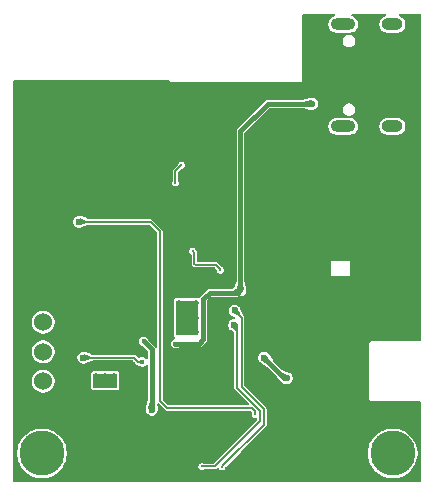
<source format=gbr>
%TF.GenerationSoftware,KiCad,Pcbnew,9.0.0*%
%TF.CreationDate,2025-03-07T19:53:28+09:00*%
%TF.ProjectId,hotdoggu_smolSlimeVR,686f7464-6f67-4677-955f-736d6f6c536c,rev?*%
%TF.SameCoordinates,Original*%
%TF.FileFunction,Copper,L2,Bot*%
%TF.FilePolarity,Positive*%
%FSLAX46Y46*%
G04 Gerber Fmt 4.6, Leading zero omitted, Abs format (unit mm)*
G04 Created by KiCad (PCBNEW 9.0.0) date 2025-03-07 19:53:28*
%MOMM*%
%LPD*%
G01*
G04 APERTURE LIST*
%TA.AperFunction,HeatsinkPad*%
%ADD10O,2.100000X1.000000*%
%TD*%
%TA.AperFunction,HeatsinkPad*%
%ADD11O,1.800000X1.000000*%
%TD*%
%TA.AperFunction,ComponentPad*%
%ADD12C,2.600000*%
%TD*%
%TA.AperFunction,ConnectorPad*%
%ADD13C,3.800000*%
%TD*%
%TA.AperFunction,ComponentPad*%
%ADD14C,1.524000*%
%TD*%
%TA.AperFunction,HeatsinkPad*%
%ADD15C,0.500000*%
%TD*%
%TA.AperFunction,HeatsinkPad*%
%ADD16R,2.000000X1.200000*%
%TD*%
%TA.AperFunction,HeatsinkPad*%
%ADD17R,1.900000X2.900000*%
%TD*%
%TA.AperFunction,ViaPad*%
%ADD18C,0.600000*%
%TD*%
%TA.AperFunction,ViaPad*%
%ADD19C,0.200000*%
%TD*%
%TA.AperFunction,ViaPad*%
%ADD20C,0.400000*%
%TD*%
%TA.AperFunction,Conductor*%
%ADD21C,0.400000*%
%TD*%
%TA.AperFunction,Conductor*%
%ADD22C,0.200000*%
%TD*%
G04 APERTURE END LIST*
D10*
%TO.P,J1,S1,SHIELD*%
%TO.N,GND*%
X176295000Y-74620000D03*
D11*
X180475000Y-74620000D03*
D10*
X176295000Y-65980000D03*
D11*
X180475000Y-65980000D03*
%TD*%
D12*
%TO.P,H1,1*%
%TO.N,N/C*%
X150800000Y-102300000D03*
D13*
X150800000Y-102300000D03*
%TD*%
D14*
%TO.P,SW1,1,A*%
%TO.N,unconnected-(SW1-A-Pad1)*%
X150900000Y-91200000D03*
%TO.P,SW1,2,B*%
%TO.N,/BAT+*%
X150900000Y-93700000D03*
%TO.P,SW1,3,C*%
%TO.N,Net-(D6-A)*%
X150900000Y-96200000D03*
%TD*%
D15*
%TO.P,U2,11,GND*%
%TO.N,GND*%
X155405000Y-96485000D03*
X156155000Y-96485000D03*
X156905000Y-96485000D03*
D16*
X156155000Y-96135000D03*
D15*
X155405000Y-95785000D03*
X156155000Y-95785000D03*
X156905000Y-95785000D03*
%TD*%
%TO.P,U3,9,EPAD*%
%TO.N,GND*%
X162400000Y-89600000D03*
X162400000Y-90800000D03*
X162400000Y-92000000D03*
D17*
X163100000Y-90800000D03*
D15*
X163800000Y-89600000D03*
X163800000Y-90800000D03*
X163800000Y-92000000D03*
%TD*%
D12*
%TO.P,H3,1*%
%TO.N,N/C*%
X180500000Y-102300000D03*
D13*
X180500000Y-102300000D03*
%TD*%
D18*
%TO.N,+3V3*%
X178150000Y-87150000D03*
D19*
X167150000Y-99012500D03*
D18*
X173570000Y-82550000D03*
D19*
X174300000Y-77300000D03*
D18*
X150100000Y-73600000D03*
X173450000Y-86250000D03*
D20*
X157800000Y-93300000D03*
D18*
X174650000Y-88550000D03*
%TO.N,/VUSB*%
X173700000Y-72700000D03*
X167600000Y-88500000D03*
D20*
X162100000Y-93000000D03*
X159400000Y-92800000D03*
D18*
X160100000Y-98600000D03*
D19*
%TO.N,Net-(U4-OC)*%
X165900000Y-86775000D03*
X163545724Y-85173622D03*
D18*
%TO.N,Net-(LED2-K)*%
X167100000Y-90200000D03*
D19*
X166031250Y-103431250D03*
%TO.N,Net-(LED3-K)*%
X164350000Y-103412500D03*
D18*
X167065000Y-91435000D03*
D19*
%TO.N,/USB_D+*%
X162100000Y-79400000D03*
X162600000Y-77900000D03*
%TO.N,Net-(U1-GPIO10)*%
X168850000Y-99000000D03*
D18*
X153950000Y-82700000D03*
D20*
%TO.N,Net-(D6-A)*%
X159300000Y-94550000D03*
D18*
X154300000Y-94200000D03*
%TO.N,Net-(D5-K)*%
X171525000Y-95925000D03*
X169600000Y-94200000D03*
%TD*%
D21*
%TO.N,/VUSB*%
X169900000Y-72700000D02*
X167600000Y-75000000D01*
X165000000Y-88700000D02*
X164451000Y-89249000D01*
X164451000Y-92651000D02*
X164102000Y-93000000D01*
X167400000Y-88700000D02*
X165000000Y-88700000D01*
X164451000Y-89249000D02*
X164451000Y-92651000D01*
X160100000Y-98600000D02*
X160100000Y-93500000D01*
X173700000Y-72700000D02*
X169900000Y-72700000D01*
X160100000Y-93500000D02*
X159400000Y-92800000D01*
X167600000Y-75000000D02*
X167600000Y-88500000D01*
X164102000Y-93000000D02*
X162100000Y-93000000D01*
D22*
%TO.N,Net-(U4-OC)*%
X163700000Y-86227898D02*
X163700000Y-85327898D01*
X163800000Y-86327898D02*
X163700000Y-86227898D01*
X165527898Y-86327898D02*
X163800000Y-86327898D01*
X165900000Y-86775000D02*
X165900000Y-86700000D01*
X165900000Y-86700000D02*
X165527898Y-86327898D01*
X163700000Y-85327898D02*
X163545724Y-85173622D01*
%TO.N,Net-(LED2-K)*%
X167701000Y-96673276D02*
X169583000Y-98555276D01*
X169583000Y-98555276D02*
X169583000Y-99879500D01*
X167100000Y-90200000D02*
X167701000Y-90801000D01*
X169583000Y-99879500D02*
X166050000Y-103412500D01*
X167701000Y-90801000D02*
X167701000Y-96673276D01*
%TO.N,Net-(LED3-K)*%
X169255000Y-99595000D02*
X165437500Y-103412500D01*
X167065000Y-91435000D02*
X167300000Y-91670000D01*
X169255000Y-98691138D02*
X169255000Y-99595000D01*
X167300000Y-91670000D02*
X167300000Y-96736138D01*
X167300000Y-96736138D02*
X169255000Y-98691138D01*
X165437500Y-103412500D02*
X164350000Y-103412500D01*
%TO.N,/USB_D+*%
X162600000Y-77900000D02*
X162100000Y-78400000D01*
X162100000Y-78400000D02*
X162100000Y-79400000D01*
%TO.N,Net-(U1-GPIO10)*%
X160800000Y-97850000D02*
X161400000Y-98450000D01*
X168850000Y-98750000D02*
X168850000Y-99000000D01*
X160000000Y-82700000D02*
X160800000Y-83500000D01*
X160800000Y-83500000D02*
X160800000Y-97850000D01*
X153950000Y-82700000D02*
X160000000Y-82700000D01*
X168550000Y-98450000D02*
X168850000Y-98750000D01*
X161400000Y-98450000D02*
X168550000Y-98450000D01*
%TO.N,Net-(D6-A)*%
X158950000Y-94550000D02*
X159300000Y-94550000D01*
X158600000Y-94200000D02*
X158950000Y-94550000D01*
X154300000Y-94200000D02*
X158600000Y-94200000D01*
D21*
%TO.N,Net-(D5-K)*%
X171325000Y-95925000D02*
X169600000Y-94200000D01*
X171525000Y-95925000D02*
X171325000Y-95925000D01*
%TD*%
%TA.AperFunction,Conductor*%
%TO.N,Net-(LED2-K)*%
G36*
X167354344Y-90044116D02*
G01*
X167355193Y-90045626D01*
X167427080Y-90199293D01*
X167546791Y-90455193D01*
X167587422Y-90542046D01*
X167587823Y-90550992D01*
X167585097Y-90555277D01*
X167455277Y-90685097D01*
X167447004Y-90688524D01*
X167442047Y-90687422D01*
X167291428Y-90616961D01*
X166945626Y-90455193D01*
X166939585Y-90448583D01*
X166939986Y-90439637D01*
X166940835Y-90438127D01*
X167097985Y-90201263D01*
X167101263Y-90197985D01*
X167338127Y-90040834D01*
X167346915Y-90039116D01*
X167354344Y-90044116D01*
G37*
%TD.AperFunction*%
%TD*%
%TA.AperFunction,Conductor*%
%TO.N,Net-(LED3-K)*%
G36*
X167355064Y-91380780D02*
G01*
X167360015Y-91388242D01*
X167360201Y-91389631D01*
X167399078Y-91919339D01*
X167396266Y-91927840D01*
X167388265Y-91931864D01*
X167387409Y-91931895D01*
X167204185Y-91931895D01*
X167196765Y-91929241D01*
X166906514Y-91691155D01*
X166902291Y-91683259D01*
X166904193Y-91675628D01*
X167062295Y-91438063D01*
X167069731Y-91433075D01*
X167069727Y-91433075D01*
X167346288Y-91379004D01*
X167355064Y-91380780D01*
G37*
%TD.AperFunction*%
%TD*%
%TA.AperFunction,Conductor*%
%TO.N,/VUSB*%
G36*
X160298452Y-98009191D02*
G01*
X160301702Y-98015437D01*
X160392259Y-98530239D01*
X160390317Y-98538981D01*
X160383056Y-98543734D01*
X160102320Y-98600530D01*
X160097680Y-98600530D01*
X159816943Y-98543734D01*
X159809514Y-98538734D01*
X159807740Y-98530239D01*
X159898298Y-98015437D01*
X159903106Y-98007883D01*
X159909821Y-98005764D01*
X160290179Y-98005764D01*
X160298452Y-98009191D01*
G37*
%TD.AperFunction*%
%TD*%
%TA.AperFunction,Conductor*%
%TO.N,Net-(D5-K)*%
G36*
X169855985Y-94042667D02*
G01*
X170145644Y-94455986D01*
X170155972Y-94470722D01*
X170157914Y-94479464D01*
X170154664Y-94485710D01*
X169885710Y-94754664D01*
X169877437Y-94758091D01*
X169870722Y-94755972D01*
X169442668Y-94455986D01*
X169437860Y-94448432D01*
X169439633Y-94439938D01*
X169597985Y-94201263D01*
X169601263Y-94197985D01*
X169839938Y-94039633D01*
X169848725Y-94037915D01*
X169855985Y-94042667D01*
G37*
%TD.AperFunction*%
%TD*%
%TA.AperFunction,Conductor*%
%TO.N,/VUSB*%
G36*
X167439855Y-88260275D02*
G01*
X167440042Y-88260546D01*
X167598647Y-88496500D01*
X167599680Y-88498036D01*
X167601453Y-88502318D01*
X167656256Y-88782625D01*
X167654480Y-88791402D01*
X167647018Y-88796353D01*
X167646891Y-88796377D01*
X167097706Y-88897456D01*
X167088949Y-88895583D01*
X167084081Y-88888067D01*
X167083888Y-88885949D01*
X167083888Y-88506023D01*
X167087315Y-88497750D01*
X167088783Y-88496505D01*
X167423535Y-88257549D01*
X167432259Y-88255533D01*
X167439855Y-88260275D01*
G37*
%TD.AperFunction*%
%TD*%
%TA.AperFunction,Conductor*%
%TO.N,Net-(D6-A)*%
G36*
X159257315Y-94358709D02*
G01*
X159263223Y-94365438D01*
X159263615Y-94366891D01*
X159300238Y-94548384D01*
X159300235Y-94553028D01*
X159263729Y-94732638D01*
X159258723Y-94740063D01*
X159249933Y-94741774D01*
X159248092Y-94741239D01*
X159225549Y-94732638D01*
X159142803Y-94701066D01*
X158863521Y-94594508D01*
X158857013Y-94588357D01*
X158856761Y-94579406D01*
X158859417Y-94575306D01*
X158986147Y-94448576D01*
X158990647Y-94445776D01*
X159248381Y-94358128D01*
X159257315Y-94358709D01*
G37*
%TD.AperFunction*%
%TD*%
%TA.AperFunction,Conductor*%
%TO.N,+3V3*%
G36*
X175538476Y-65106926D02*
G01*
X175596656Y-65125861D01*
X175632597Y-65175378D01*
X175632568Y-65236563D01*
X175596581Y-65286046D01*
X175557745Y-65303023D01*
X175540677Y-65306418D01*
X175540670Y-65306420D01*
X175413193Y-65359222D01*
X175413182Y-65359228D01*
X175298458Y-65435885D01*
X175200885Y-65533458D01*
X175124228Y-65648182D01*
X175124222Y-65648193D01*
X175071420Y-65775670D01*
X175071420Y-65775672D01*
X175044500Y-65911004D01*
X175044500Y-66048995D01*
X175071420Y-66184327D01*
X175071420Y-66184329D01*
X175124222Y-66311806D01*
X175124228Y-66311817D01*
X175200885Y-66426541D01*
X175298458Y-66524114D01*
X175413182Y-66600771D01*
X175413193Y-66600777D01*
X175460283Y-66620282D01*
X175540672Y-66653580D01*
X175676007Y-66680500D01*
X175676008Y-66680500D01*
X176913992Y-66680500D01*
X176913993Y-66680500D01*
X177049328Y-66653580D01*
X177176811Y-66600775D01*
X177291542Y-66524114D01*
X177389114Y-66426542D01*
X177465775Y-66311811D01*
X177518580Y-66184328D01*
X177545500Y-66048993D01*
X177545500Y-65911007D01*
X177518580Y-65775672D01*
X177465775Y-65648189D01*
X177465774Y-65648187D01*
X177465771Y-65648182D01*
X177389114Y-65533458D01*
X177291541Y-65435885D01*
X177176817Y-65359228D01*
X177176806Y-65359222D01*
X177049329Y-65306420D01*
X177049320Y-65306418D01*
X177035849Y-65303738D01*
X176982465Y-65273841D01*
X176956851Y-65218275D01*
X176968789Y-65158265D01*
X177013720Y-65116734D01*
X177055210Y-65107641D01*
X179858242Y-65108962D01*
X179916422Y-65127897D01*
X179952363Y-65177414D01*
X179952334Y-65238599D01*
X179916347Y-65288082D01*
X179877511Y-65305059D01*
X179870677Y-65306418D01*
X179870670Y-65306420D01*
X179743193Y-65359222D01*
X179743182Y-65359228D01*
X179628458Y-65435885D01*
X179530885Y-65533458D01*
X179454228Y-65648182D01*
X179454222Y-65648193D01*
X179401420Y-65775670D01*
X179401420Y-65775672D01*
X179374500Y-65911004D01*
X179374500Y-66048995D01*
X179401420Y-66184327D01*
X179401420Y-66184329D01*
X179454222Y-66311806D01*
X179454228Y-66311817D01*
X179530885Y-66426541D01*
X179628458Y-66524114D01*
X179743182Y-66600771D01*
X179743193Y-66600777D01*
X179790283Y-66620282D01*
X179870672Y-66653580D01*
X180006007Y-66680500D01*
X180006008Y-66680500D01*
X180943992Y-66680500D01*
X180943993Y-66680500D01*
X181079328Y-66653580D01*
X181206811Y-66600775D01*
X181321542Y-66524114D01*
X181419114Y-66426542D01*
X181495775Y-66311811D01*
X181548580Y-66184328D01*
X181575500Y-66048993D01*
X181575500Y-65911007D01*
X181548580Y-65775672D01*
X181495775Y-65648189D01*
X181495774Y-65648187D01*
X181495771Y-65648182D01*
X181419114Y-65533458D01*
X181321541Y-65435885D01*
X181206817Y-65359228D01*
X181206806Y-65359222D01*
X181079328Y-65306420D01*
X181079318Y-65306418D01*
X181075420Y-65305642D01*
X181022037Y-65275746D01*
X180996421Y-65220181D01*
X181008358Y-65160171D01*
X181053288Y-65118639D01*
X181094781Y-65109545D01*
X182820333Y-65110358D01*
X182878513Y-65129293D01*
X182914454Y-65178810D01*
X182919285Y-65209428D01*
X182899713Y-92700570D01*
X182880764Y-92758748D01*
X182831239Y-92794676D01*
X182800713Y-92799500D01*
X178660117Y-92799500D01*
X178586428Y-92830022D01*
X178530022Y-92886428D01*
X178499500Y-92960117D01*
X178499500Y-97739882D01*
X178530022Y-97813571D01*
X178530023Y-97813572D01*
X178530024Y-97813574D01*
X178586426Y-97869976D01*
X178586427Y-97869976D01*
X178586428Y-97869977D01*
X178660117Y-97900500D01*
X178660118Y-97900500D01*
X182801329Y-97900500D01*
X182859520Y-97919407D01*
X182895484Y-97968907D01*
X182900328Y-97999224D01*
X182917986Y-104364560D01*
X182918668Y-104610225D01*
X182899922Y-104668468D01*
X182850522Y-104704569D01*
X182819668Y-104709500D01*
X148419500Y-104709500D01*
X148361309Y-104690593D01*
X148325345Y-104641093D01*
X148320500Y-104610500D01*
X148320500Y-102162326D01*
X148699500Y-102162326D01*
X148699500Y-102437674D01*
X148735440Y-102710666D01*
X148774253Y-102855521D01*
X148806704Y-102976631D01*
X148912074Y-103231016D01*
X148912077Y-103231021D01*
X149039938Y-103452483D01*
X149049753Y-103469482D01*
X149133501Y-103578625D01*
X149217372Y-103687928D01*
X149412072Y-103882628D01*
X149630521Y-104050249D01*
X149868979Y-104187923D01*
X149868980Y-104187923D01*
X149868983Y-104187925D01*
X150123368Y-104293295D01*
X150389334Y-104364560D01*
X150662326Y-104400500D01*
X150662327Y-104400500D01*
X150937673Y-104400500D01*
X150937674Y-104400500D01*
X151210666Y-104364560D01*
X151476632Y-104293295D01*
X151731021Y-104187923D01*
X151969479Y-104050249D01*
X152187928Y-103882628D01*
X152382628Y-103687928D01*
X152550249Y-103469479D01*
X152687923Y-103231021D01*
X152793295Y-102976632D01*
X152864560Y-102710666D01*
X152900500Y-102437674D01*
X152900500Y-102162326D01*
X152864560Y-101889334D01*
X152793295Y-101623368D01*
X152687923Y-101368979D01*
X152550249Y-101130521D01*
X152382628Y-100912072D01*
X152187928Y-100717372D01*
X151969479Y-100549751D01*
X151731021Y-100412077D01*
X151731016Y-100412074D01*
X151476631Y-100306704D01*
X151355521Y-100274253D01*
X151210666Y-100235440D01*
X151210659Y-100235439D01*
X150937675Y-100199500D01*
X150937674Y-100199500D01*
X150662326Y-100199500D01*
X150662324Y-100199500D01*
X150389340Y-100235439D01*
X150389338Y-100235439D01*
X150389334Y-100235440D01*
X150288805Y-100262376D01*
X150123368Y-100306704D01*
X149868983Y-100412074D01*
X149630517Y-100549753D01*
X149412075Y-100717369D01*
X149217369Y-100912075D01*
X149049753Y-101130517D01*
X148912074Y-101368983D01*
X148806704Y-101623368D01*
X148762376Y-101788805D01*
X148735440Y-101889334D01*
X148699500Y-102162326D01*
X148320500Y-102162326D01*
X148320500Y-96105199D01*
X149937500Y-96105199D01*
X149937500Y-96294800D01*
X149974487Y-96480748D01*
X149974489Y-96480754D01*
X150047043Y-96655914D01*
X150047044Y-96655915D01*
X150152378Y-96813558D01*
X150286442Y-96947622D01*
X150444085Y-97052956D01*
X150619249Y-97125512D01*
X150805202Y-97162500D01*
X150805203Y-97162500D01*
X150994797Y-97162500D01*
X150994798Y-97162500D01*
X151180751Y-97125512D01*
X151355915Y-97052956D01*
X151513558Y-96947622D01*
X151647622Y-96813558D01*
X151752956Y-96655915D01*
X151825512Y-96480751D01*
X151862500Y-96294798D01*
X151862500Y-96105202D01*
X151825512Y-95919249D01*
X151752956Y-95744085D01*
X151647622Y-95586442D01*
X151576433Y-95515253D01*
X154954500Y-95515253D01*
X154954500Y-96754746D01*
X154954501Y-96754758D01*
X154966132Y-96813227D01*
X154966134Y-96813233D01*
X155010445Y-96879548D01*
X155010448Y-96879552D01*
X155076769Y-96923867D01*
X155121231Y-96932711D01*
X155135241Y-96935498D01*
X155135246Y-96935498D01*
X155135252Y-96935500D01*
X155135253Y-96935500D01*
X157174747Y-96935500D01*
X157174748Y-96935500D01*
X157233231Y-96923867D01*
X157299552Y-96879552D01*
X157343867Y-96813231D01*
X157355500Y-96754748D01*
X157355500Y-95515252D01*
X157343867Y-95456769D01*
X157299552Y-95390448D01*
X157299548Y-95390445D01*
X157233233Y-95346134D01*
X157233231Y-95346133D01*
X157233228Y-95346132D01*
X157233227Y-95346132D01*
X157174758Y-95334501D01*
X157174748Y-95334500D01*
X155135252Y-95334500D01*
X155135251Y-95334500D01*
X155135241Y-95334501D01*
X155076772Y-95346132D01*
X155076766Y-95346134D01*
X155010451Y-95390445D01*
X155010445Y-95390451D01*
X154966134Y-95456766D01*
X154966132Y-95456772D01*
X154954501Y-95515241D01*
X154954500Y-95515253D01*
X151576433Y-95515253D01*
X151513558Y-95452378D01*
X151355915Y-95347044D01*
X151355916Y-95347044D01*
X151355914Y-95347043D01*
X151180754Y-95274489D01*
X151180748Y-95274487D01*
X150994800Y-95237500D01*
X150994798Y-95237500D01*
X150805202Y-95237500D01*
X150805199Y-95237500D01*
X150619251Y-95274487D01*
X150619245Y-95274489D01*
X150444085Y-95347043D01*
X150286442Y-95452378D01*
X150286438Y-95452381D01*
X150152381Y-95586438D01*
X150152378Y-95586442D01*
X150047043Y-95744085D01*
X149974489Y-95919245D01*
X149974487Y-95919251D01*
X149937500Y-96105199D01*
X148320500Y-96105199D01*
X148320500Y-93605199D01*
X149937500Y-93605199D01*
X149937500Y-93794800D01*
X149974487Y-93980748D01*
X149974489Y-93980754D01*
X150047043Y-94155914D01*
X150049972Y-94160297D01*
X150152378Y-94313558D01*
X150286442Y-94447622D01*
X150444085Y-94552956D01*
X150619249Y-94625512D01*
X150805202Y-94662500D01*
X150805203Y-94662500D01*
X150994797Y-94662500D01*
X150994798Y-94662500D01*
X151180751Y-94625512D01*
X151355915Y-94552956D01*
X151513558Y-94447622D01*
X151647622Y-94313558D01*
X151752956Y-94155915D01*
X151825512Y-93980751D01*
X151862500Y-93794798D01*
X151862500Y-93605202D01*
X151825512Y-93419249D01*
X151752956Y-93244085D01*
X151647622Y-93086442D01*
X151513558Y-92952378D01*
X151408223Y-92881995D01*
X151355914Y-92847043D01*
X151180754Y-92774489D01*
X151180748Y-92774487D01*
X150994800Y-92737500D01*
X150994798Y-92737500D01*
X150805202Y-92737500D01*
X150805199Y-92737500D01*
X150619251Y-92774487D01*
X150619245Y-92774489D01*
X150444085Y-92847043D01*
X150286442Y-92952378D01*
X150286438Y-92952381D01*
X150152381Y-93086438D01*
X150152378Y-93086442D01*
X150047043Y-93244085D01*
X149974489Y-93419245D01*
X149974487Y-93419251D01*
X149937500Y-93605199D01*
X148320500Y-93605199D01*
X148320500Y-91105199D01*
X149937500Y-91105199D01*
X149937500Y-91294800D01*
X149974487Y-91480748D01*
X149974489Y-91480754D01*
X150047043Y-91655914D01*
X150047044Y-91655915D01*
X150152378Y-91813558D01*
X150286442Y-91947622D01*
X150444085Y-92052956D01*
X150619249Y-92125512D01*
X150805202Y-92162500D01*
X150805203Y-92162500D01*
X150994797Y-92162500D01*
X150994798Y-92162500D01*
X151180751Y-92125512D01*
X151355915Y-92052956D01*
X151513558Y-91947622D01*
X151647622Y-91813558D01*
X151752956Y-91655915D01*
X151825512Y-91480751D01*
X151862500Y-91294798D01*
X151862500Y-91105202D01*
X151825512Y-90919249D01*
X151752956Y-90744085D01*
X151647622Y-90586442D01*
X151513558Y-90452378D01*
X151355915Y-90347044D01*
X151355916Y-90347044D01*
X151355914Y-90347043D01*
X151180754Y-90274489D01*
X151180748Y-90274487D01*
X150994800Y-90237500D01*
X150994798Y-90237500D01*
X150805202Y-90237500D01*
X150805199Y-90237500D01*
X150619251Y-90274487D01*
X150619245Y-90274489D01*
X150444085Y-90347043D01*
X150286442Y-90452378D01*
X150286438Y-90452381D01*
X150152381Y-90586438D01*
X150152378Y-90586442D01*
X150047043Y-90744085D01*
X149974489Y-90919245D01*
X149974487Y-90919251D01*
X149937500Y-91105199D01*
X148320500Y-91105199D01*
X148320500Y-82634108D01*
X153449500Y-82634108D01*
X153449500Y-82765892D01*
X153479579Y-82878151D01*
X153483609Y-82893190D01*
X153549496Y-83007309D01*
X153549498Y-83007311D01*
X153549500Y-83007314D01*
X153642686Y-83100500D01*
X153642688Y-83100501D01*
X153642690Y-83100503D01*
X153756810Y-83166390D01*
X153756808Y-83166390D01*
X153756812Y-83166391D01*
X153756814Y-83166392D01*
X153884108Y-83200500D01*
X153884110Y-83200500D01*
X154015891Y-83200500D01*
X154015892Y-83200500D01*
X154069504Y-83186134D01*
X154091337Y-83182801D01*
X154117927Y-83173160D01*
X154143186Y-83166392D01*
X154146756Y-83164330D01*
X154162514Y-83156992D01*
X154606571Y-82995989D01*
X154646828Y-82976183D01*
X154651113Y-82973457D01*
X154667097Y-82961357D01*
X154683786Y-82948726D01*
X154685655Y-82951196D01*
X154727684Y-82928967D01*
X154744663Y-82927500D01*
X159864759Y-82927500D01*
X159922950Y-82946407D01*
X159934763Y-82956496D01*
X160543504Y-83565237D01*
X160571281Y-83619754D01*
X160572500Y-83635241D01*
X160572500Y-93293920D01*
X160553593Y-93352111D01*
X160504093Y-93388075D01*
X160442907Y-93388075D01*
X160393407Y-93352111D01*
X160387764Y-93343421D01*
X160362066Y-93298912D01*
X160362065Y-93298910D01*
X159815622Y-92752467D01*
X159790000Y-92708088D01*
X159773207Y-92645413D01*
X159767331Y-92635236D01*
X159720481Y-92554089D01*
X159720480Y-92554087D01*
X159645913Y-92479520D01*
X159639693Y-92475929D01*
X159554589Y-92426794D01*
X159554588Y-92426793D01*
X159554587Y-92426793D01*
X159452727Y-92399500D01*
X159347273Y-92399500D01*
X159245413Y-92426793D01*
X159245412Y-92426793D01*
X159245410Y-92426794D01*
X159245409Y-92426794D01*
X159154089Y-92479518D01*
X159079518Y-92554089D01*
X159026794Y-92645409D01*
X159026794Y-92645410D01*
X159026793Y-92645412D01*
X159026793Y-92645413D01*
X158999500Y-92747273D01*
X158999500Y-92852727D01*
X159026202Y-92952381D01*
X159026794Y-92954589D01*
X159026794Y-92954590D01*
X159079518Y-93045910D01*
X159079520Y-93045913D01*
X159154087Y-93120480D01*
X159239865Y-93170004D01*
X159245410Y-93173205D01*
X159245413Y-93173207D01*
X159308088Y-93190000D01*
X159352467Y-93215622D01*
X159743504Y-93606659D01*
X159771281Y-93661176D01*
X159772500Y-93676663D01*
X159772500Y-94217100D01*
X159753593Y-94275291D01*
X159704093Y-94311255D01*
X159642907Y-94311255D01*
X159603498Y-94287105D01*
X159545913Y-94229520D01*
X159454587Y-94176793D01*
X159352727Y-94149500D01*
X159247273Y-94149500D01*
X159230865Y-94153896D01*
X159213215Y-94158625D01*
X159200572Y-94161143D01*
X159182218Y-94163569D01*
X159018971Y-94219085D01*
X158957791Y-94219919D01*
X158917094Y-94195360D01*
X158728871Y-94007138D01*
X158728868Y-94007135D01*
X158645253Y-93972500D01*
X158645252Y-93972500D01*
X155093116Y-93972500D01*
X155034925Y-93953593D01*
X155026331Y-93946581D01*
X155025158Y-93945509D01*
X154956571Y-93904010D01*
X154956569Y-93904009D01*
X154512516Y-93743007D01*
X154504314Y-93740033D01*
X154493186Y-93733608D01*
X154467928Y-93726840D01*
X154463910Y-93725383D01*
X154441324Y-93717193D01*
X154426934Y-93712567D01*
X154425266Y-93712098D01*
X154421588Y-93711101D01*
X154421579Y-93711099D01*
X154418998Y-93711019D01*
X154396475Y-93707694D01*
X154365894Y-93699500D01*
X154365892Y-93699500D01*
X154234108Y-93699500D01*
X154168065Y-93717196D01*
X154106809Y-93733609D01*
X153992690Y-93799496D01*
X153899496Y-93892690D01*
X153833609Y-94006809D01*
X153833608Y-94006814D01*
X153799500Y-94134108D01*
X153799500Y-94265892D01*
X153829579Y-94378151D01*
X153833609Y-94393190D01*
X153899496Y-94507309D01*
X153899498Y-94507311D01*
X153899500Y-94507314D01*
X153992686Y-94600500D01*
X153992688Y-94600501D01*
X153992690Y-94600503D01*
X154106810Y-94666390D01*
X154106808Y-94666390D01*
X154106812Y-94666391D01*
X154106814Y-94666392D01*
X154234108Y-94700500D01*
X154234110Y-94700500D01*
X154365891Y-94700500D01*
X154365892Y-94700500D01*
X154419504Y-94686134D01*
X154441337Y-94682801D01*
X154467927Y-94673160D01*
X154493186Y-94666392D01*
X154496756Y-94664330D01*
X154512514Y-94656992D01*
X154956571Y-94495989D01*
X154996828Y-94476183D01*
X155001113Y-94473457D01*
X155017097Y-94461357D01*
X155033786Y-94448726D01*
X155035655Y-94451196D01*
X155077684Y-94428967D01*
X155094663Y-94427500D01*
X158464760Y-94427500D01*
X158472357Y-94429968D01*
X158480247Y-94428719D01*
X158500902Y-94439243D01*
X158522951Y-94446407D01*
X158534755Y-94456488D01*
X158625194Y-94546927D01*
X158652282Y-94597600D01*
X158662312Y-94647993D01*
X158665035Y-94661671D01*
X158715854Y-94737703D01*
X158715855Y-94737703D01*
X158715857Y-94737706D01*
X158722365Y-94743857D01*
X158790265Y-94786507D01*
X159139309Y-94919682D01*
X159145413Y-94923207D01*
X159155934Y-94926026D01*
X159174836Y-94933238D01*
X159190745Y-94938575D01*
X159192586Y-94939110D01*
X159197788Y-94940548D01*
X159200399Y-94940632D01*
X159222843Y-94943954D01*
X159247273Y-94950500D01*
X159247274Y-94950500D01*
X159352725Y-94950500D01*
X159352727Y-94950500D01*
X159454587Y-94923207D01*
X159545913Y-94870480D01*
X159603498Y-94812894D01*
X159658013Y-94785119D01*
X159718445Y-94794690D01*
X159761710Y-94837955D01*
X159772500Y-94882900D01*
X159772500Y-97813932D01*
X159753593Y-97872123D01*
X159743096Y-97884341D01*
X159729742Y-97897539D01*
X159724933Y-97905095D01*
X159695907Y-97979830D01*
X159695906Y-97979834D01*
X159605348Y-98494636D01*
X159605393Y-98497473D01*
X159602033Y-98524652D01*
X159599500Y-98534108D01*
X159599500Y-98665892D01*
X159610380Y-98706496D01*
X159633609Y-98793190D01*
X159699496Y-98907309D01*
X159699498Y-98907311D01*
X159699500Y-98907314D01*
X159792686Y-99000500D01*
X159792688Y-99000501D01*
X159792690Y-99000503D01*
X159906810Y-99066390D01*
X159906808Y-99066390D01*
X159906812Y-99066391D01*
X159906814Y-99066392D01*
X160034108Y-99100500D01*
X160034110Y-99100500D01*
X160165890Y-99100500D01*
X160165892Y-99100500D01*
X160293186Y-99066392D01*
X160293188Y-99066390D01*
X160293190Y-99066390D01*
X160407309Y-99000503D01*
X160407309Y-99000502D01*
X160407314Y-99000500D01*
X160500500Y-98907314D01*
X160547165Y-98826488D01*
X160566390Y-98793190D01*
X160566390Y-98793188D01*
X160566392Y-98793186D01*
X160600500Y-98665892D01*
X160600500Y-98534108D01*
X160597953Y-98524604D01*
X160594604Y-98496765D01*
X160594652Y-98494637D01*
X160536252Y-98162644D01*
X160544792Y-98102060D01*
X160587313Y-98058064D01*
X160647573Y-98047464D01*
X160702555Y-98074308D01*
X160703701Y-98075434D01*
X161207135Y-98578868D01*
X161207134Y-98578868D01*
X161271128Y-98642861D01*
X161271132Y-98642865D01*
X161354747Y-98677500D01*
X168414759Y-98677500D01*
X168422356Y-98679968D01*
X168430246Y-98678719D01*
X168450901Y-98689243D01*
X168472950Y-98696407D01*
X168484763Y-98706496D01*
X168550238Y-98771971D01*
X168578015Y-98826488D01*
X168571699Y-98879859D01*
X168569977Y-98884014D01*
X168549500Y-98960435D01*
X168549500Y-99039564D01*
X168569978Y-99115988D01*
X168569980Y-99115992D01*
X168609538Y-99184508D01*
X168609540Y-99184511D01*
X168665489Y-99240460D01*
X168665491Y-99240461D01*
X168734007Y-99280019D01*
X168734011Y-99280021D01*
X168810435Y-99300499D01*
X168810437Y-99300500D01*
X168810438Y-99300500D01*
X168889562Y-99300500D01*
X168902873Y-99296933D01*
X168930950Y-99298403D01*
X168959093Y-99298403D01*
X168961278Y-99299990D01*
X168963974Y-99300132D01*
X168985827Y-99317826D01*
X169008593Y-99334367D01*
X169009427Y-99336936D01*
X169011526Y-99338635D01*
X169027500Y-99392558D01*
X169027500Y-99459759D01*
X169008593Y-99517950D01*
X168998504Y-99529763D01*
X165372263Y-103156004D01*
X165317746Y-103183781D01*
X165302259Y-103185000D01*
X164583485Y-103185000D01*
X164533985Y-103171736D01*
X164465992Y-103132480D01*
X164465988Y-103132478D01*
X164389564Y-103112000D01*
X164389562Y-103112000D01*
X164310438Y-103112000D01*
X164310435Y-103112000D01*
X164234011Y-103132478D01*
X164234007Y-103132480D01*
X164165491Y-103172038D01*
X164109538Y-103227991D01*
X164069980Y-103296507D01*
X164069978Y-103296511D01*
X164049500Y-103372935D01*
X164049500Y-103452064D01*
X164069978Y-103528488D01*
X164069980Y-103528492D01*
X164109538Y-103597008D01*
X164109540Y-103597011D01*
X164165489Y-103652960D01*
X164165491Y-103652961D01*
X164234007Y-103692519D01*
X164234011Y-103692521D01*
X164310435Y-103712999D01*
X164310437Y-103713000D01*
X164310438Y-103713000D01*
X164389563Y-103713000D01*
X164389563Y-103712999D01*
X164465989Y-103692521D01*
X164502035Y-103671710D01*
X164533985Y-103653264D01*
X164583485Y-103640000D01*
X165482752Y-103640000D01*
X165482753Y-103640000D01*
X165566368Y-103605365D01*
X165613611Y-103558121D01*
X165668125Y-103530345D01*
X165728557Y-103539916D01*
X165769349Y-103578625D01*
X165784786Y-103605362D01*
X165790790Y-103615761D01*
X165846739Y-103671710D01*
X165846741Y-103671711D01*
X165915257Y-103711269D01*
X165915261Y-103711271D01*
X165991685Y-103731749D01*
X165991687Y-103731750D01*
X165991688Y-103731750D01*
X166070813Y-103731750D01*
X166070813Y-103731749D01*
X166147239Y-103711271D01*
X166215761Y-103671710D01*
X166271710Y-103615761D01*
X166311271Y-103547239D01*
X166331593Y-103471394D01*
X166357213Y-103427019D01*
X167621907Y-102162326D01*
X178399500Y-102162326D01*
X178399500Y-102437674D01*
X178435440Y-102710666D01*
X178474253Y-102855521D01*
X178506704Y-102976631D01*
X178612074Y-103231016D01*
X178612077Y-103231021D01*
X178739938Y-103452483D01*
X178749753Y-103469482D01*
X178833501Y-103578625D01*
X178917372Y-103687928D01*
X179112072Y-103882628D01*
X179330521Y-104050249D01*
X179568979Y-104187923D01*
X179568980Y-104187923D01*
X179568983Y-104187925D01*
X179823368Y-104293295D01*
X180089334Y-104364560D01*
X180362326Y-104400500D01*
X180362327Y-104400500D01*
X180637673Y-104400500D01*
X180637674Y-104400500D01*
X180910666Y-104364560D01*
X181176632Y-104293295D01*
X181431021Y-104187923D01*
X181669479Y-104050249D01*
X181887928Y-103882628D01*
X182082628Y-103687928D01*
X182250249Y-103469479D01*
X182387923Y-103231021D01*
X182493295Y-102976632D01*
X182564560Y-102710666D01*
X182600500Y-102437674D01*
X182600500Y-102162326D01*
X182564560Y-101889334D01*
X182493295Y-101623368D01*
X182387923Y-101368979D01*
X182250249Y-101130521D01*
X182082628Y-100912072D01*
X181887928Y-100717372D01*
X181669479Y-100549751D01*
X181431021Y-100412077D01*
X181431016Y-100412074D01*
X181176631Y-100306704D01*
X181055521Y-100274253D01*
X180910666Y-100235440D01*
X180910659Y-100235439D01*
X180637675Y-100199500D01*
X180637674Y-100199500D01*
X180362326Y-100199500D01*
X180362324Y-100199500D01*
X180089340Y-100235439D01*
X180089338Y-100235439D01*
X180089334Y-100235440D01*
X179988805Y-100262376D01*
X179823368Y-100306704D01*
X179568983Y-100412074D01*
X179330517Y-100549753D01*
X179112075Y-100717369D01*
X178917369Y-100912075D01*
X178749753Y-101130517D01*
X178612074Y-101368983D01*
X178506704Y-101623368D01*
X178462376Y-101788805D01*
X178435440Y-101889334D01*
X178399500Y-102162326D01*
X167621907Y-102162326D01*
X169775866Y-100008368D01*
X169783712Y-99989425D01*
X169810500Y-99924754D01*
X169810500Y-98510022D01*
X169804128Y-98494640D01*
X169804127Y-98494637D01*
X169775866Y-98426408D01*
X167957496Y-96608038D01*
X167929719Y-96553521D01*
X167928500Y-96538034D01*
X167928500Y-94134108D01*
X169099500Y-94134108D01*
X169099500Y-94265892D01*
X169129579Y-94378151D01*
X169133609Y-94393190D01*
X169199496Y-94507309D01*
X169199498Y-94507311D01*
X169199500Y-94507314D01*
X169292686Y-94600500D01*
X169301205Y-94605418D01*
X169323248Y-94622725D01*
X169324730Y-94624274D01*
X169378091Y-94661670D01*
X169752784Y-94924260D01*
X169752790Y-94924263D01*
X169808876Y-94951944D01*
X169808877Y-94951944D01*
X169808880Y-94951946D01*
X169815595Y-94954065D01*
X169865919Y-94963268D01*
X169874443Y-94964827D01*
X169873873Y-94967939D01*
X169917748Y-94982495D01*
X169929068Y-94992223D01*
X170660376Y-95723531D01*
X170686430Y-95769580D01*
X170709874Y-95863591D01*
X170709876Y-95863597D01*
X170713916Y-95871576D01*
X170713917Y-95871577D01*
X170713919Y-95871580D01*
X170713921Y-95871583D01*
X170763417Y-95934681D01*
X171210929Y-96318743D01*
X171217686Y-96325500D01*
X171222517Y-96328289D01*
X171223895Y-96329403D01*
X171224983Y-96330231D01*
X171225322Y-96330489D01*
X171225796Y-96330703D01*
X171225870Y-96330763D01*
X171234209Y-96335039D01*
X171331814Y-96391392D01*
X171459108Y-96425500D01*
X171459110Y-96425500D01*
X171590890Y-96425500D01*
X171590892Y-96425500D01*
X171718186Y-96391392D01*
X171718188Y-96391390D01*
X171718190Y-96391390D01*
X171832309Y-96325503D01*
X171832309Y-96325502D01*
X171832314Y-96325500D01*
X171925500Y-96232314D01*
X171991392Y-96118186D01*
X172025500Y-95990892D01*
X172025500Y-95859108D01*
X171991392Y-95731814D01*
X171991390Y-95731811D01*
X171991390Y-95731809D01*
X171925503Y-95617690D01*
X171925501Y-95617688D01*
X171925500Y-95617686D01*
X171832314Y-95524500D01*
X171832311Y-95524498D01*
X171832309Y-95524496D01*
X171718189Y-95458609D01*
X171718185Y-95458607D01*
X171668938Y-95445411D01*
X171644531Y-95435213D01*
X171641195Y-95433259D01*
X171244700Y-95295888D01*
X171211545Y-95287419D01*
X171211529Y-95287415D01*
X171211526Y-95287415D01*
X171211519Y-95287413D01*
X171211510Y-95287412D01*
X171207703Y-95286771D01*
X171207696Y-95286770D01*
X171178245Y-95283476D01*
X171178587Y-95280415D01*
X171132336Y-95266795D01*
X171118276Y-95255121D01*
X170387409Y-94524254D01*
X170359632Y-94469737D01*
X170358415Y-94453672D01*
X170358524Y-94434903D01*
X170358523Y-94434902D01*
X170358524Y-94434899D01*
X170356582Y-94426157D01*
X170324260Y-94352784D01*
X170191656Y-94163570D01*
X170024275Y-93924731D01*
X170024273Y-93924729D01*
X170022239Y-93922759D01*
X170005391Y-93901158D01*
X170000500Y-93892686D01*
X169907314Y-93799500D01*
X169907311Y-93799498D01*
X169907309Y-93799496D01*
X169793189Y-93733609D01*
X169793191Y-93733609D01*
X169731935Y-93717196D01*
X169665892Y-93699500D01*
X169534108Y-93699500D01*
X169468065Y-93717196D01*
X169406809Y-93733609D01*
X169292690Y-93799496D01*
X169199496Y-93892690D01*
X169133609Y-94006809D01*
X169133608Y-94006814D01*
X169099500Y-94134108D01*
X167928500Y-94134108D01*
X167928500Y-90755747D01*
X167923669Y-90744085D01*
X167893865Y-90672132D01*
X167863065Y-90641332D01*
X167829868Y-90608134D01*
X167829868Y-90608135D01*
X167821681Y-90599948D01*
X167793904Y-90545431D01*
X167792784Y-90534368D01*
X167792716Y-90532844D01*
X167773561Y-90454969D01*
X167685109Y-90265892D01*
X167573414Y-90027128D01*
X167573414Y-90027127D01*
X167569717Y-90019225D01*
X167566392Y-90006814D01*
X167553314Y-89984163D01*
X167541332Y-89958549D01*
X167534321Y-89944911D01*
X167533472Y-89943401D01*
X167531693Y-89940300D01*
X167529924Y-89938416D01*
X167516351Y-89920141D01*
X167500501Y-89892688D01*
X167500500Y-89892686D01*
X167407314Y-89799500D01*
X167407311Y-89799498D01*
X167407309Y-89799496D01*
X167293189Y-89733609D01*
X167293191Y-89733609D01*
X167243799Y-89720375D01*
X167165892Y-89699500D01*
X167034108Y-89699500D01*
X166956200Y-89720375D01*
X166906809Y-89733609D01*
X166792690Y-89799496D01*
X166699496Y-89892690D01*
X166633609Y-90006809D01*
X166628165Y-90027127D01*
X166599500Y-90134108D01*
X166599500Y-90265892D01*
X166629579Y-90378151D01*
X166633609Y-90393190D01*
X166699496Y-90507309D01*
X166699498Y-90507311D01*
X166699500Y-90507314D01*
X166792686Y-90600500D01*
X166808646Y-90609714D01*
X166836038Y-90625530D01*
X166840775Y-90628265D01*
X166858549Y-90641332D01*
X166884162Y-90653314D01*
X166898541Y-90661615D01*
X166906810Y-90666390D01*
X166906814Y-90666392D01*
X166910807Y-90667461D01*
X166927125Y-90673411D01*
X167078198Y-90744085D01*
X167081922Y-90745827D01*
X167126619Y-90787611D01*
X167138219Y-90847686D01*
X167112293Y-90903107D01*
X167058742Y-90932704D01*
X167039972Y-90934500D01*
X166999108Y-90934500D01*
X166921200Y-90955375D01*
X166871809Y-90968609D01*
X166757690Y-91034496D01*
X166664496Y-91127690D01*
X166598609Y-91241809D01*
X166579539Y-91312978D01*
X166564500Y-91369108D01*
X166564500Y-91500892D01*
X166594579Y-91613151D01*
X166598609Y-91628190D01*
X166664496Y-91742309D01*
X166664498Y-91742311D01*
X166664500Y-91742314D01*
X166757686Y-91835500D01*
X166757688Y-91835501D01*
X166757692Y-91835505D01*
X166762832Y-91839449D01*
X166762656Y-91839677D01*
X166772316Y-91847087D01*
X166772424Y-91846956D01*
X166776184Y-91850040D01*
X167036286Y-92063396D01*
X167069286Y-92114918D01*
X167072500Y-92139938D01*
X167072500Y-96690885D01*
X167072500Y-96781391D01*
X167107135Y-96865006D01*
X168026891Y-97784763D01*
X168295624Y-98053496D01*
X168323401Y-98108013D01*
X168313830Y-98168445D01*
X168270565Y-98211710D01*
X168225620Y-98222500D01*
X161535241Y-98222500D01*
X161477050Y-98203593D01*
X161465237Y-98193504D01*
X161056496Y-97784763D01*
X161028719Y-97730246D01*
X161027500Y-97714759D01*
X161027500Y-92947273D01*
X161699500Y-92947273D01*
X161699500Y-93052727D01*
X161726793Y-93154587D01*
X161726794Y-93154589D01*
X161726794Y-93154590D01*
X161779518Y-93245910D01*
X161779520Y-93245913D01*
X161854087Y-93320480D01*
X161945413Y-93373207D01*
X162047273Y-93400500D01*
X162047275Y-93400500D01*
X162152725Y-93400500D01*
X162152727Y-93400500D01*
X162254587Y-93373207D01*
X162310782Y-93340762D01*
X162360281Y-93327500D01*
X164145117Y-93327500D01*
X164145117Y-93327499D01*
X164228406Y-93305182D01*
X164228407Y-93305182D01*
X164228407Y-93305181D01*
X164228410Y-93305181D01*
X164303090Y-93262065D01*
X164713065Y-92852090D01*
X164756181Y-92777410D01*
X164778500Y-92694116D01*
X164778500Y-92607884D01*
X164778500Y-89425663D01*
X164797407Y-89367472D01*
X164807496Y-89355659D01*
X165106659Y-89056496D01*
X165161176Y-89028719D01*
X165176663Y-89027500D01*
X166891538Y-89027500D01*
X166949729Y-89046407D01*
X166961296Y-89056718D01*
X166963030Y-89057986D01*
X166963032Y-89057986D01*
X166963033Y-89057988D01*
X167045968Y-89096538D01*
X167054725Y-89098411D01*
X167131547Y-89099512D01*
X167134901Y-89099561D01*
X167134901Y-89099560D01*
X167134904Y-89099561D01*
X167684216Y-88998458D01*
X167699698Y-88992202D01*
X167711139Y-88988375D01*
X167793186Y-88966392D01*
X167907314Y-88900500D01*
X168000500Y-88807314D01*
X168066392Y-88693186D01*
X168100500Y-88565892D01*
X168100500Y-88434108D01*
X168097953Y-88424604D01*
X168094604Y-88396765D01*
X168094652Y-88394637D01*
X168004095Y-87879835D01*
X167984000Y-87820581D01*
X167980750Y-87814335D01*
X167951684Y-87772260D01*
X167951683Y-87772259D01*
X167946760Y-87765132D01*
X167949358Y-87763337D01*
X167928622Y-87721990D01*
X167927500Y-87707127D01*
X167927500Y-87250000D01*
X175250000Y-87250000D01*
X175250001Y-87250000D01*
X176849999Y-87250000D01*
X176850000Y-87250000D01*
X176850000Y-86050000D01*
X175250000Y-86050000D01*
X175250000Y-87250000D01*
X167927500Y-87250000D01*
X167927500Y-75176663D01*
X167946407Y-75118472D01*
X167956496Y-75106659D01*
X168512151Y-74551004D01*
X175044500Y-74551004D01*
X175044500Y-74688995D01*
X175071420Y-74824327D01*
X175071420Y-74824329D01*
X175124222Y-74951806D01*
X175124228Y-74951817D01*
X175200885Y-75066541D01*
X175298458Y-75164114D01*
X175413182Y-75240771D01*
X175413193Y-75240777D01*
X175460283Y-75260282D01*
X175540672Y-75293580D01*
X175676007Y-75320500D01*
X175676008Y-75320500D01*
X176913992Y-75320500D01*
X176913993Y-75320500D01*
X177049328Y-75293580D01*
X177176811Y-75240775D01*
X177291542Y-75164114D01*
X177389114Y-75066542D01*
X177465775Y-74951811D01*
X177518580Y-74824328D01*
X177545500Y-74688993D01*
X177545500Y-74551007D01*
X177545499Y-74551004D01*
X179374500Y-74551004D01*
X179374500Y-74688995D01*
X179401420Y-74824327D01*
X179401420Y-74824329D01*
X179454222Y-74951806D01*
X179454228Y-74951817D01*
X179530885Y-75066541D01*
X179628458Y-75164114D01*
X179743182Y-75240771D01*
X179743193Y-75240777D01*
X179790283Y-75260282D01*
X179870672Y-75293580D01*
X180006007Y-75320500D01*
X180006008Y-75320500D01*
X180943992Y-75320500D01*
X180943993Y-75320500D01*
X181079328Y-75293580D01*
X181206811Y-75240775D01*
X181321542Y-75164114D01*
X181419114Y-75066542D01*
X181495775Y-74951811D01*
X181548580Y-74824328D01*
X181575500Y-74688993D01*
X181575500Y-74551007D01*
X181548580Y-74415672D01*
X181495775Y-74288189D01*
X181495774Y-74288187D01*
X181495771Y-74288182D01*
X181419114Y-74173458D01*
X181321541Y-74075885D01*
X181206817Y-73999228D01*
X181206806Y-73999222D01*
X181079328Y-73946420D01*
X180943995Y-73919500D01*
X180943993Y-73919500D01*
X180006007Y-73919500D01*
X180006004Y-73919500D01*
X179870672Y-73946420D01*
X179870670Y-73946420D01*
X179743193Y-73999222D01*
X179743182Y-73999228D01*
X179628458Y-74075885D01*
X179530885Y-74173458D01*
X179454228Y-74288182D01*
X179454222Y-74288193D01*
X179401420Y-74415670D01*
X179401420Y-74415672D01*
X179374500Y-74551004D01*
X177545499Y-74551004D01*
X177518580Y-74415672D01*
X177465775Y-74288189D01*
X177465774Y-74288187D01*
X177465771Y-74288182D01*
X177389114Y-74173458D01*
X177291541Y-74075885D01*
X177176817Y-73999228D01*
X177176806Y-73999222D01*
X177049328Y-73946420D01*
X176913995Y-73919500D01*
X176913993Y-73919500D01*
X175676007Y-73919500D01*
X175676004Y-73919500D01*
X175540672Y-73946420D01*
X175540670Y-73946420D01*
X175413193Y-73999222D01*
X175413182Y-73999228D01*
X175298458Y-74075885D01*
X175200885Y-74173458D01*
X175124228Y-74288182D01*
X175124222Y-74288193D01*
X175071420Y-74415670D01*
X175071420Y-74415672D01*
X175044500Y-74551004D01*
X168512151Y-74551004D01*
X170006659Y-73056496D01*
X170061176Y-73028719D01*
X170076663Y-73027500D01*
X172913933Y-73027500D01*
X172972124Y-73046407D01*
X172984342Y-73056904D01*
X172997539Y-73070256D01*
X173005095Y-73075065D01*
X173048297Y-73091844D01*
X173079834Y-73104093D01*
X173594636Y-73194651D01*
X173597452Y-73194606D01*
X173624658Y-73197968D01*
X173634106Y-73200500D01*
X173634108Y-73200500D01*
X173765890Y-73200500D01*
X173765892Y-73200500D01*
X173893186Y-73166392D01*
X173893188Y-73166390D01*
X173893190Y-73166390D01*
X173972124Y-73120817D01*
X176269500Y-73120817D01*
X176269500Y-73259183D01*
X176305312Y-73392836D01*
X176374495Y-73512665D01*
X176472335Y-73610505D01*
X176592164Y-73679688D01*
X176725817Y-73715500D01*
X176725819Y-73715500D01*
X176864181Y-73715500D01*
X176864183Y-73715500D01*
X176997836Y-73679688D01*
X177117665Y-73610505D01*
X177215505Y-73512665D01*
X177284688Y-73392836D01*
X177320500Y-73259183D01*
X177320500Y-73120817D01*
X177284688Y-72987164D01*
X177215505Y-72867335D01*
X177117665Y-72769495D01*
X176997836Y-72700312D01*
X176864183Y-72664500D01*
X176725817Y-72664500D01*
X176592164Y-72700312D01*
X176472335Y-72769495D01*
X176374495Y-72867335D01*
X176305312Y-72987164D01*
X176269500Y-73120817D01*
X173972124Y-73120817D01*
X174007309Y-73100503D01*
X174007309Y-73100502D01*
X174007314Y-73100500D01*
X174100500Y-73007314D01*
X174166392Y-72893186D01*
X174200500Y-72765892D01*
X174200500Y-72634108D01*
X174166392Y-72506814D01*
X174166390Y-72506811D01*
X174166390Y-72506809D01*
X174100503Y-72392690D01*
X174100501Y-72392688D01*
X174100500Y-72392686D01*
X174007314Y-72299500D01*
X174007311Y-72299498D01*
X174007309Y-72299496D01*
X173893189Y-72233609D01*
X173893191Y-72233609D01*
X173843799Y-72220375D01*
X173765892Y-72199500D01*
X173634108Y-72199500D01*
X173634103Y-72199500D01*
X173624598Y-72202047D01*
X173596792Y-72205395D01*
X173594642Y-72205347D01*
X173594634Y-72205348D01*
X173079834Y-72295905D01*
X173079828Y-72295907D01*
X173020552Y-72316012D01*
X173014319Y-72319257D01*
X173014305Y-72319266D01*
X172965135Y-72353239D01*
X172963339Y-72350639D01*
X172921988Y-72371378D01*
X172907126Y-72372500D01*
X169856881Y-72372500D01*
X169773593Y-72394817D01*
X169773592Y-72394817D01*
X169698910Y-72437935D01*
X167398910Y-74737935D01*
X167398909Y-74737934D01*
X167337937Y-74798907D01*
X167294817Y-74873592D01*
X167294817Y-74873593D01*
X167272500Y-74956881D01*
X167272500Y-87713932D01*
X167253593Y-87772123D01*
X167243096Y-87784341D01*
X167229742Y-87797539D01*
X167224933Y-87805095D01*
X167195907Y-87879830D01*
X167195906Y-87879834D01*
X167145043Y-88168975D01*
X167116340Y-88223010D01*
X167105059Y-88232399D01*
X166969402Y-88329237D01*
X166969390Y-88329245D01*
X166969389Y-88329247D01*
X166955865Y-88339779D01*
X166954397Y-88341024D01*
X166954370Y-88341047D01*
X166946197Y-88348164D01*
X166889895Y-88372116D01*
X166881187Y-88372500D01*
X164956881Y-88372500D01*
X164873593Y-88394817D01*
X164873592Y-88394817D01*
X164798910Y-88437935D01*
X164249910Y-88986935D01*
X164249909Y-88986934D01*
X164188937Y-89047907D01*
X164188935Y-89047909D01*
X164188935Y-89047910D01*
X164158860Y-89100001D01*
X164113392Y-89140941D01*
X164073125Y-89149500D01*
X164069748Y-89149500D01*
X162130252Y-89149500D01*
X162130251Y-89149500D01*
X162130241Y-89149501D01*
X162071772Y-89161132D01*
X162071766Y-89161134D01*
X162005451Y-89205445D01*
X162005445Y-89205451D01*
X161961134Y-89271766D01*
X161961132Y-89271772D01*
X161949501Y-89330241D01*
X161949500Y-89330253D01*
X161949500Y-92269746D01*
X161949501Y-92269758D01*
X161961132Y-92328227D01*
X161961133Y-92328231D01*
X162005448Y-92394552D01*
X162053701Y-92426794D01*
X162054677Y-92427446D01*
X162092556Y-92475496D01*
X162094958Y-92536634D01*
X162060965Y-92587508D01*
X162025298Y-92605388D01*
X161945411Y-92626793D01*
X161945409Y-92626794D01*
X161854089Y-92679518D01*
X161779518Y-92754089D01*
X161726794Y-92845409D01*
X161726794Y-92845410D01*
X161726793Y-92845412D01*
X161726793Y-92845413D01*
X161699500Y-92947273D01*
X161027500Y-92947273D01*
X161027500Y-85134057D01*
X163245224Y-85134057D01*
X163245224Y-85213186D01*
X163265702Y-85289610D01*
X163265704Y-85289614D01*
X163305262Y-85358130D01*
X163305264Y-85358133D01*
X163361213Y-85414082D01*
X163423000Y-85449755D01*
X163463941Y-85495222D01*
X163472500Y-85535490D01*
X163472500Y-86182645D01*
X163472500Y-86273151D01*
X163507135Y-86356766D01*
X163507138Y-86356769D01*
X163607134Y-86456766D01*
X163646336Y-86495967D01*
X163671132Y-86520763D01*
X163754747Y-86555398D01*
X165392658Y-86555398D01*
X165400255Y-86557866D01*
X165408145Y-86556617D01*
X165428800Y-86567141D01*
X165450849Y-86574305D01*
X165462653Y-86584387D01*
X165570505Y-86692239D01*
X165598281Y-86746753D01*
X165599500Y-86762240D01*
X165599500Y-86814564D01*
X165619978Y-86890988D01*
X165619980Y-86890992D01*
X165659538Y-86959508D01*
X165659540Y-86959511D01*
X165715489Y-87015460D01*
X165715491Y-87015461D01*
X165784007Y-87055019D01*
X165784011Y-87055021D01*
X165860435Y-87075499D01*
X165860437Y-87075500D01*
X165860438Y-87075500D01*
X165939563Y-87075500D01*
X165939563Y-87075499D01*
X166015989Y-87055021D01*
X166084511Y-87015460D01*
X166140460Y-86959511D01*
X166180021Y-86890989D01*
X166200500Y-86814562D01*
X166200500Y-86735438D01*
X166180021Y-86659011D01*
X166140460Y-86590489D01*
X166084511Y-86534540D01*
X166028984Y-86502481D01*
X166008486Y-86486752D01*
X165656769Y-86135036D01*
X165656766Y-86135033D01*
X165573151Y-86100398D01*
X165573150Y-86100398D01*
X164026500Y-86100398D01*
X163968309Y-86081491D01*
X163932345Y-86031991D01*
X163927500Y-86001398D01*
X163927500Y-85282645D01*
X163892865Y-85199030D01*
X163871687Y-85177852D01*
X163846067Y-85133477D01*
X163825745Y-85057633D01*
X163825743Y-85057629D01*
X163825743Y-85057628D01*
X163786185Y-84989113D01*
X163786184Y-84989111D01*
X163730235Y-84933162D01*
X163730232Y-84933160D01*
X163661716Y-84893602D01*
X163661712Y-84893600D01*
X163585288Y-84873122D01*
X163585286Y-84873122D01*
X163506162Y-84873122D01*
X163506159Y-84873122D01*
X163429735Y-84893600D01*
X163429731Y-84893602D01*
X163361215Y-84933160D01*
X163305262Y-84989113D01*
X163265704Y-85057629D01*
X163265702Y-85057633D01*
X163245224Y-85134057D01*
X161027500Y-85134057D01*
X161027500Y-83454745D01*
X160992867Y-83371134D01*
X160992866Y-83371133D01*
X160992866Y-83371132D01*
X160128868Y-82507135D01*
X160045253Y-82472500D01*
X160045252Y-82472500D01*
X154743116Y-82472500D01*
X154684925Y-82453593D01*
X154676331Y-82446581D01*
X154675158Y-82445509D01*
X154606571Y-82404010D01*
X154606569Y-82404009D01*
X154162516Y-82243007D01*
X154154314Y-82240033D01*
X154143186Y-82233608D01*
X154117928Y-82226840D01*
X154113910Y-82225383D01*
X154091324Y-82217193D01*
X154076934Y-82212567D01*
X154075266Y-82212098D01*
X154071588Y-82211101D01*
X154071579Y-82211099D01*
X154068998Y-82211019D01*
X154046475Y-82207694D01*
X154015894Y-82199500D01*
X154015892Y-82199500D01*
X153884108Y-82199500D01*
X153818065Y-82217196D01*
X153756809Y-82233609D01*
X153642690Y-82299496D01*
X153549496Y-82392690D01*
X153483609Y-82506809D01*
X153464539Y-82577978D01*
X153449500Y-82634108D01*
X148320500Y-82634108D01*
X148320500Y-79360435D01*
X161799500Y-79360435D01*
X161799500Y-79439564D01*
X161819978Y-79515988D01*
X161819980Y-79515992D01*
X161859538Y-79584508D01*
X161859540Y-79584511D01*
X161915489Y-79640460D01*
X161915491Y-79640461D01*
X161984007Y-79680019D01*
X161984011Y-79680021D01*
X162060435Y-79700499D01*
X162060437Y-79700500D01*
X162060438Y-79700500D01*
X162139563Y-79700500D01*
X162139563Y-79700499D01*
X162215989Y-79680021D01*
X162284511Y-79640460D01*
X162340460Y-79584511D01*
X162380021Y-79515989D01*
X162400500Y-79439562D01*
X162400500Y-79360438D01*
X162380021Y-79284011D01*
X162340764Y-79216015D01*
X162327500Y-79166515D01*
X162327500Y-78535240D01*
X162346407Y-78477049D01*
X162356489Y-78465243D01*
X162595771Y-78225962D01*
X162640144Y-78200343D01*
X162715989Y-78180021D01*
X162715992Y-78180019D01*
X162715993Y-78180019D01*
X162736347Y-78168267D01*
X162784511Y-78140460D01*
X162840460Y-78084511D01*
X162880021Y-78015989D01*
X162900500Y-77939562D01*
X162900500Y-77860438D01*
X162880021Y-77784011D01*
X162840460Y-77715489D01*
X162784511Y-77659540D01*
X162784508Y-77659538D01*
X162715992Y-77619980D01*
X162715988Y-77619978D01*
X162639564Y-77599500D01*
X162639562Y-77599500D01*
X162560438Y-77599500D01*
X162560435Y-77599500D01*
X162484011Y-77619978D01*
X162484007Y-77619980D01*
X162415491Y-77659538D01*
X162359538Y-77715491D01*
X162319980Y-77784007D01*
X162319978Y-77784011D01*
X162299656Y-77859852D01*
X162274034Y-77904231D01*
X161971132Y-78207134D01*
X161907138Y-78271128D01*
X161907136Y-78271130D01*
X161907135Y-78271132D01*
X161907135Y-78271133D01*
X161872500Y-78354747D01*
X161872500Y-79166515D01*
X161859236Y-79216015D01*
X161819980Y-79284007D01*
X161819978Y-79284011D01*
X161799500Y-79360435D01*
X148320500Y-79360435D01*
X148320500Y-70799500D01*
X148339407Y-70741309D01*
X148388907Y-70705345D01*
X148419500Y-70700500D01*
X161501000Y-70700500D01*
X161559191Y-70719407D01*
X161595155Y-70768907D01*
X161600000Y-70799500D01*
X161600000Y-70900000D01*
X161600001Y-70900000D01*
X172799999Y-70900000D01*
X172800000Y-70900000D01*
X172800000Y-67340817D01*
X176269500Y-67340817D01*
X176269500Y-67479183D01*
X176305312Y-67612836D01*
X176374495Y-67732665D01*
X176472335Y-67830505D01*
X176592164Y-67899688D01*
X176725817Y-67935500D01*
X176725819Y-67935500D01*
X176864181Y-67935500D01*
X176864183Y-67935500D01*
X176997836Y-67899688D01*
X177117665Y-67830505D01*
X177215505Y-67732665D01*
X177284688Y-67612836D01*
X177320500Y-67479183D01*
X177320500Y-67340817D01*
X177284688Y-67207164D01*
X177215505Y-67087335D01*
X177117665Y-66989495D01*
X176997836Y-66920312D01*
X176864183Y-66884500D01*
X176725817Y-66884500D01*
X176592164Y-66920312D01*
X176472335Y-66989495D01*
X176374495Y-67087335D01*
X176305312Y-67207164D01*
X176269500Y-67340817D01*
X172800000Y-67340817D01*
X172800000Y-65204682D01*
X172818907Y-65146491D01*
X172868407Y-65110527D01*
X172899042Y-65105682D01*
X175538476Y-65106926D01*
G37*
%TD.AperFunction*%
%TD*%
%TA.AperFunction,Conductor*%
%TO.N,Net-(D5-K)*%
G36*
X171177433Y-95490067D02*
G01*
X171573920Y-95627435D01*
X171580616Y-95633381D01*
X171581571Y-95640741D01*
X171526161Y-95923386D01*
X171524387Y-95927667D01*
X171365673Y-96163526D01*
X171358211Y-96168477D01*
X171349434Y-96166701D01*
X171348346Y-96165873D01*
X170897251Y-95778736D01*
X170893205Y-95770747D01*
X170895992Y-95762237D01*
X170896585Y-95761597D01*
X171165333Y-95492849D01*
X171173605Y-95489423D01*
X171177433Y-95490067D01*
G37*
%TD.AperFunction*%
%TD*%
%TA.AperFunction,Conductor*%
%TO.N,Net-(D6-A)*%
G36*
X154371282Y-93910389D02*
G01*
X154886525Y-94097204D01*
X154893134Y-94103244D01*
X154894236Y-94108202D01*
X154894236Y-94291797D01*
X154890809Y-94300070D01*
X154886524Y-94302796D01*
X154371290Y-94489608D01*
X154362344Y-94489207D01*
X154356303Y-94482597D01*
X154355837Y-94480939D01*
X154299469Y-94202318D01*
X154299469Y-94197680D01*
X154355835Y-93919067D01*
X154360834Y-93911641D01*
X154369622Y-93909922D01*
X154371282Y-93910389D01*
G37*
%TD.AperFunction*%
%TD*%
%TA.AperFunction,Conductor*%
%TO.N,/VUSB*%
G36*
X167798452Y-87909191D02*
G01*
X167801702Y-87915437D01*
X167892259Y-88430239D01*
X167890317Y-88438981D01*
X167883056Y-88443734D01*
X167602320Y-88500530D01*
X167597680Y-88500530D01*
X167316943Y-88443734D01*
X167309514Y-88438734D01*
X167307740Y-88430239D01*
X167398298Y-87915437D01*
X167403106Y-87907883D01*
X167409821Y-87905764D01*
X167790179Y-87905764D01*
X167798452Y-87909191D01*
G37*
%TD.AperFunction*%
%TD*%
%TA.AperFunction,Conductor*%
%TO.N,Net-(U1-GPIO10)*%
G36*
X154021282Y-82410389D02*
G01*
X154536525Y-82597204D01*
X154543134Y-82603244D01*
X154544236Y-82608202D01*
X154544236Y-82791797D01*
X154540809Y-82800070D01*
X154536524Y-82802796D01*
X154021290Y-82989608D01*
X154012344Y-82989207D01*
X154006303Y-82982597D01*
X154005837Y-82980939D01*
X153949469Y-82702318D01*
X153949469Y-82697680D01*
X154005835Y-82419067D01*
X154010834Y-82411641D01*
X154019622Y-82409922D01*
X154021282Y-82410389D01*
G37*
%TD.AperFunction*%
%TD*%
%TA.AperFunction,Conductor*%
%TO.N,/VUSB*%
G36*
X173638981Y-72409682D02*
G01*
X173643734Y-72416943D01*
X173700530Y-72697680D01*
X173700530Y-72702320D01*
X173643734Y-72983056D01*
X173638734Y-72990485D01*
X173630239Y-72992259D01*
X173115437Y-72901701D01*
X173107883Y-72896893D01*
X173105764Y-72890178D01*
X173105764Y-72509821D01*
X173109191Y-72501548D01*
X173115435Y-72498298D01*
X173630239Y-72407740D01*
X173638981Y-72409682D01*
G37*
%TD.AperFunction*%
%TD*%
M02*

</source>
